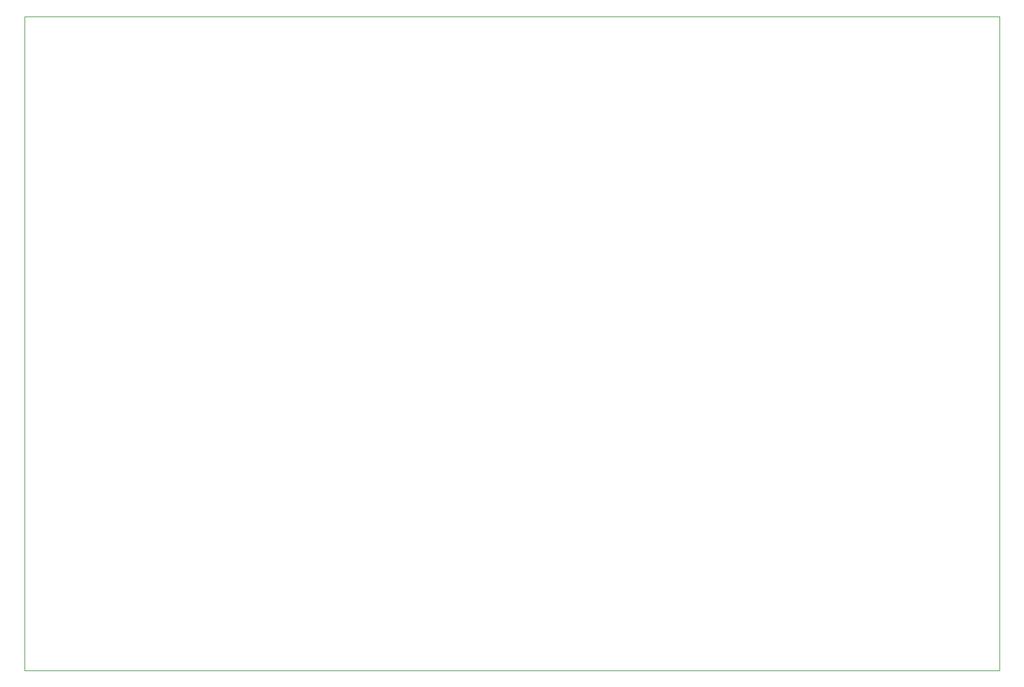
<source format=gbr>
%TF.GenerationSoftware,KiCad,Pcbnew,8.0.5*%
%TF.CreationDate,2024-11-24T13:45:09+01:00*%
%TF.ProjectId,navrh03,6e617672-6830-4332-9e6b-696361645f70,rev?*%
%TF.SameCoordinates,Original*%
%TF.FileFunction,Profile,NP*%
%FSLAX46Y46*%
G04 Gerber Fmt 4.6, Leading zero omitted, Abs format (unit mm)*
G04 Created by KiCad (PCBNEW 8.0.5) date 2024-11-24 13:45:09*
%MOMM*%
%LPD*%
G01*
G04 APERTURE LIST*
%TA.AperFunction,Profile*%
%ADD10C,0.050000*%
%TD*%
G04 APERTURE END LIST*
D10*
X78740000Y-39624000D02*
X213360000Y-39624000D01*
X213360000Y-130048000D01*
X78740000Y-130048000D01*
X78740000Y-39624000D01*
M02*

</source>
